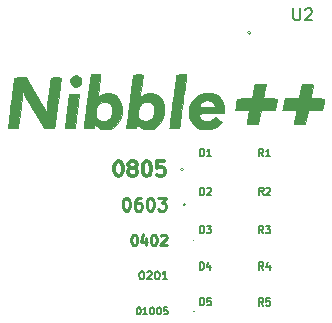
<source format=gbr>
G04 #@! TF.GenerationSoftware,KiCad,Pcbnew,5.1.9*
G04 #@! TF.CreationDate,2021-04-20T19:19:39+02:00*
G04 #@! TF.ProjectId,nibble++,6e696262-6c65-42b2-9b2e-6b696361645f,rev?*
G04 #@! TF.SameCoordinates,Original*
G04 #@! TF.FileFunction,Legend,Top*
G04 #@! TF.FilePolarity,Positive*
%FSLAX46Y46*%
G04 Gerber Fmt 4.6, Leading zero omitted, Abs format (unit mm)*
G04 Created by KiCad (PCBNEW 5.1.9) date 2021-04-20 19:19:39*
%MOMM*%
%LPD*%
G01*
G04 APERTURE LIST*
%ADD10C,0.150000*%
%ADD11C,0.171875*%
%ADD12C,0.212500*%
%ADD13C,0.256250*%
%ADD14C,0.300000*%
%ADD15C,0.100000*%
%ADD16C,0.010000*%
G04 APERTURE END LIST*
D10*
X94302500Y-114671428D02*
X94359642Y-114671428D01*
X94416785Y-114700000D01*
X94445357Y-114728571D01*
X94473928Y-114785714D01*
X94502500Y-114900000D01*
X94502500Y-115042857D01*
X94473928Y-115157142D01*
X94445357Y-115214285D01*
X94416785Y-115242857D01*
X94359642Y-115271428D01*
X94302500Y-115271428D01*
X94245357Y-115242857D01*
X94216785Y-115214285D01*
X94188214Y-115157142D01*
X94159642Y-115042857D01*
X94159642Y-114900000D01*
X94188214Y-114785714D01*
X94216785Y-114728571D01*
X94245357Y-114700000D01*
X94302500Y-114671428D01*
X95073928Y-115271428D02*
X94731071Y-115271428D01*
X94902500Y-115271428D02*
X94902500Y-114671428D01*
X94845357Y-114757142D01*
X94788214Y-114814285D01*
X94731071Y-114842857D01*
X95445357Y-114671428D02*
X95502500Y-114671428D01*
X95559642Y-114700000D01*
X95588214Y-114728571D01*
X95616785Y-114785714D01*
X95645357Y-114900000D01*
X95645357Y-115042857D01*
X95616785Y-115157142D01*
X95588214Y-115214285D01*
X95559642Y-115242857D01*
X95502500Y-115271428D01*
X95445357Y-115271428D01*
X95388214Y-115242857D01*
X95359642Y-115214285D01*
X95331071Y-115157142D01*
X95302500Y-115042857D01*
X95302500Y-114900000D01*
X95331071Y-114785714D01*
X95359642Y-114728571D01*
X95388214Y-114700000D01*
X95445357Y-114671428D01*
X96016785Y-114671428D02*
X96073928Y-114671428D01*
X96131071Y-114700000D01*
X96159642Y-114728571D01*
X96188214Y-114785714D01*
X96216785Y-114900000D01*
X96216785Y-115042857D01*
X96188214Y-115157142D01*
X96159642Y-115214285D01*
X96131071Y-115242857D01*
X96073928Y-115271428D01*
X96016785Y-115271428D01*
X95959642Y-115242857D01*
X95931071Y-115214285D01*
X95902500Y-115157142D01*
X95873928Y-115042857D01*
X95873928Y-114900000D01*
X95902500Y-114785714D01*
X95931071Y-114728571D01*
X95959642Y-114700000D01*
X96016785Y-114671428D01*
X96759642Y-114671428D02*
X96473928Y-114671428D01*
X96445357Y-114957142D01*
X96473928Y-114928571D01*
X96531071Y-114900000D01*
X96673928Y-114900000D01*
X96731071Y-114928571D01*
X96759642Y-114957142D01*
X96788214Y-115014285D01*
X96788214Y-115157142D01*
X96759642Y-115214285D01*
X96731071Y-115242857D01*
X96673928Y-115271428D01*
X96531071Y-115271428D01*
X96473928Y-115242857D01*
X96445357Y-115214285D01*
D11*
X94563876Y-111623511D02*
X94629352Y-111623511D01*
X94694828Y-111656250D01*
X94727566Y-111688988D01*
X94760305Y-111754464D01*
X94793043Y-111885416D01*
X94793043Y-112049107D01*
X94760305Y-112180059D01*
X94727566Y-112245535D01*
X94694828Y-112278273D01*
X94629352Y-112311011D01*
X94563876Y-112311011D01*
X94498400Y-112278273D01*
X94465662Y-112245535D01*
X94432924Y-112180059D01*
X94400186Y-112049107D01*
X94400186Y-111885416D01*
X94432924Y-111754464D01*
X94465662Y-111688988D01*
X94498400Y-111656250D01*
X94563876Y-111623511D01*
X95054947Y-111688988D02*
X95087686Y-111656250D01*
X95153162Y-111623511D01*
X95316852Y-111623511D01*
X95382328Y-111656250D01*
X95415066Y-111688988D01*
X95447805Y-111754464D01*
X95447805Y-111819940D01*
X95415066Y-111918154D01*
X95022209Y-112311011D01*
X95447805Y-112311011D01*
X95873400Y-111623511D02*
X95938876Y-111623511D01*
X96004352Y-111656250D01*
X96037090Y-111688988D01*
X96069828Y-111754464D01*
X96102566Y-111885416D01*
X96102566Y-112049107D01*
X96069828Y-112180059D01*
X96037090Y-112245535D01*
X96004352Y-112278273D01*
X95938876Y-112311011D01*
X95873400Y-112311011D01*
X95807924Y-112278273D01*
X95775186Y-112245535D01*
X95742447Y-112180059D01*
X95709709Y-112049107D01*
X95709709Y-111885416D01*
X95742447Y-111754464D01*
X95775186Y-111688988D01*
X95807924Y-111656250D01*
X95873400Y-111623511D01*
X96757328Y-112311011D02*
X96364471Y-112311011D01*
X96560900Y-112311011D02*
X96560900Y-111623511D01*
X96495424Y-111721726D01*
X96429947Y-111787202D01*
X96364471Y-111819940D01*
D12*
X93903541Y-108520833D02*
X93986875Y-108520833D01*
X94070208Y-108562500D01*
X94111875Y-108604166D01*
X94153541Y-108687500D01*
X94195208Y-108854166D01*
X94195208Y-109062500D01*
X94153541Y-109229166D01*
X94111875Y-109312500D01*
X94070208Y-109354166D01*
X93986875Y-109395833D01*
X93903541Y-109395833D01*
X93820208Y-109354166D01*
X93778541Y-109312500D01*
X93736875Y-109229166D01*
X93695208Y-109062500D01*
X93695208Y-108854166D01*
X93736875Y-108687500D01*
X93778541Y-108604166D01*
X93820208Y-108562500D01*
X93903541Y-108520833D01*
X94945208Y-108812500D02*
X94945208Y-109395833D01*
X94736875Y-108479166D02*
X94528541Y-109104166D01*
X95070208Y-109104166D01*
X95570208Y-108520833D02*
X95653541Y-108520833D01*
X95736875Y-108562500D01*
X95778541Y-108604166D01*
X95820208Y-108687500D01*
X95861875Y-108854166D01*
X95861875Y-109062500D01*
X95820208Y-109229166D01*
X95778541Y-109312500D01*
X95736875Y-109354166D01*
X95653541Y-109395833D01*
X95570208Y-109395833D01*
X95486875Y-109354166D01*
X95445208Y-109312500D01*
X95403541Y-109229166D01*
X95361875Y-109062500D01*
X95361875Y-108854166D01*
X95403541Y-108687500D01*
X95445208Y-108604166D01*
X95486875Y-108562500D01*
X95570208Y-108520833D01*
X96195208Y-108604166D02*
X96236875Y-108562500D01*
X96320208Y-108520833D01*
X96528541Y-108520833D01*
X96611875Y-108562500D01*
X96653541Y-108604166D01*
X96695208Y-108687500D01*
X96695208Y-108770833D01*
X96653541Y-108895833D01*
X96153541Y-109395833D01*
X96695208Y-109395833D01*
D13*
X93241175Y-105418154D02*
X93342366Y-105418154D01*
X93443556Y-105468750D01*
X93494151Y-105519345D01*
X93544747Y-105620535D01*
X93595342Y-105822916D01*
X93595342Y-106075892D01*
X93544747Y-106278273D01*
X93494151Y-106379464D01*
X93443556Y-106430059D01*
X93342366Y-106480654D01*
X93241175Y-106480654D01*
X93139985Y-106430059D01*
X93089389Y-106379464D01*
X93038794Y-106278273D01*
X92988199Y-106075892D01*
X92988199Y-105822916D01*
X93038794Y-105620535D01*
X93089389Y-105519345D01*
X93139985Y-105468750D01*
X93241175Y-105418154D01*
X94506056Y-105418154D02*
X94303675Y-105418154D01*
X94202485Y-105468750D01*
X94151889Y-105519345D01*
X94050699Y-105671130D01*
X94000104Y-105873511D01*
X94000104Y-106278273D01*
X94050699Y-106379464D01*
X94101294Y-106430059D01*
X94202485Y-106480654D01*
X94404866Y-106480654D01*
X94506056Y-106430059D01*
X94556651Y-106379464D01*
X94607247Y-106278273D01*
X94607247Y-106025297D01*
X94556651Y-105924107D01*
X94506056Y-105873511D01*
X94404866Y-105822916D01*
X94202485Y-105822916D01*
X94101294Y-105873511D01*
X94050699Y-105924107D01*
X94000104Y-106025297D01*
X95264985Y-105418154D02*
X95366175Y-105418154D01*
X95467366Y-105468750D01*
X95517961Y-105519345D01*
X95568556Y-105620535D01*
X95619151Y-105822916D01*
X95619151Y-106075892D01*
X95568556Y-106278273D01*
X95517961Y-106379464D01*
X95467366Y-106430059D01*
X95366175Y-106480654D01*
X95264985Y-106480654D01*
X95163794Y-106430059D01*
X95113199Y-106379464D01*
X95062604Y-106278273D01*
X95012008Y-106075892D01*
X95012008Y-105822916D01*
X95062604Y-105620535D01*
X95113199Y-105519345D01*
X95163794Y-105468750D01*
X95264985Y-105418154D01*
X95973318Y-105418154D02*
X96631056Y-105418154D01*
X96276889Y-105822916D01*
X96428675Y-105822916D01*
X96529866Y-105873511D01*
X96580461Y-105924107D01*
X96631056Y-106025297D01*
X96631056Y-106278273D01*
X96580461Y-106379464D01*
X96529866Y-106430059D01*
X96428675Y-106480654D01*
X96125104Y-106480654D01*
X96023913Y-106430059D01*
X95973318Y-106379464D01*
D14*
X92578809Y-102315476D02*
X92697857Y-102315476D01*
X92816904Y-102375000D01*
X92876428Y-102434523D01*
X92935952Y-102553571D01*
X92995476Y-102791666D01*
X92995476Y-103089285D01*
X92935952Y-103327380D01*
X92876428Y-103446428D01*
X92816904Y-103505952D01*
X92697857Y-103565476D01*
X92578809Y-103565476D01*
X92459761Y-103505952D01*
X92400238Y-103446428D01*
X92340714Y-103327380D01*
X92281190Y-103089285D01*
X92281190Y-102791666D01*
X92340714Y-102553571D01*
X92400238Y-102434523D01*
X92459761Y-102375000D01*
X92578809Y-102315476D01*
X93709761Y-102851190D02*
X93590714Y-102791666D01*
X93531190Y-102732142D01*
X93471666Y-102613095D01*
X93471666Y-102553571D01*
X93531190Y-102434523D01*
X93590714Y-102375000D01*
X93709761Y-102315476D01*
X93947857Y-102315476D01*
X94066904Y-102375000D01*
X94126428Y-102434523D01*
X94185952Y-102553571D01*
X94185952Y-102613095D01*
X94126428Y-102732142D01*
X94066904Y-102791666D01*
X93947857Y-102851190D01*
X93709761Y-102851190D01*
X93590714Y-102910714D01*
X93531190Y-102970238D01*
X93471666Y-103089285D01*
X93471666Y-103327380D01*
X93531190Y-103446428D01*
X93590714Y-103505952D01*
X93709761Y-103565476D01*
X93947857Y-103565476D01*
X94066904Y-103505952D01*
X94126428Y-103446428D01*
X94185952Y-103327380D01*
X94185952Y-103089285D01*
X94126428Y-102970238D01*
X94066904Y-102910714D01*
X93947857Y-102851190D01*
X94959761Y-102315476D02*
X95078809Y-102315476D01*
X95197857Y-102375000D01*
X95257380Y-102434523D01*
X95316904Y-102553571D01*
X95376428Y-102791666D01*
X95376428Y-103089285D01*
X95316904Y-103327380D01*
X95257380Y-103446428D01*
X95197857Y-103505952D01*
X95078809Y-103565476D01*
X94959761Y-103565476D01*
X94840714Y-103505952D01*
X94781190Y-103446428D01*
X94721666Y-103327380D01*
X94662142Y-103089285D01*
X94662142Y-102791666D01*
X94721666Y-102553571D01*
X94781190Y-102434523D01*
X94840714Y-102375000D01*
X94959761Y-102315476D01*
X96507380Y-102315476D02*
X95912142Y-102315476D01*
X95852619Y-102910714D01*
X95912142Y-102851190D01*
X96031190Y-102791666D01*
X96328809Y-102791666D01*
X96447857Y-102851190D01*
X96507380Y-102910714D01*
X96566904Y-103029761D01*
X96566904Y-103327380D01*
X96507380Y-103446428D01*
X96447857Y-103505952D01*
X96328809Y-103565476D01*
X96031190Y-103565476D01*
X95912142Y-103505952D01*
X95852619Y-103446428D01*
D15*
X98960000Y-109000000D02*
G75*
G03*
X98960000Y-109000000I-50000J0D01*
G01*
D16*
G36*
X91099107Y-95070083D02*
G01*
X91092492Y-95147271D01*
X91075395Y-95293097D01*
X91049763Y-95492447D01*
X91017544Y-95730210D01*
X90980685Y-95991275D01*
X90977697Y-96012000D01*
X90941562Y-96265457D01*
X90910646Y-96488437D01*
X90886657Y-96668104D01*
X90871302Y-96791620D01*
X90866290Y-96846147D01*
X90866539Y-96847587D01*
X90901839Y-96831431D01*
X90980743Y-96778844D01*
X91015686Y-96753556D01*
X91278101Y-96610656D01*
X91576574Y-96536047D01*
X91838632Y-96530212D01*
X92141393Y-96592050D01*
X92398632Y-96721884D01*
X92607045Y-96914320D01*
X92763326Y-97163964D01*
X92864171Y-97465420D01*
X92906274Y-97813294D01*
X92886329Y-98202191D01*
X92882163Y-98233418D01*
X92797832Y-98602608D01*
X92657716Y-98923535D01*
X92467869Y-99190065D01*
X92234341Y-99396061D01*
X91963184Y-99535386D01*
X91660452Y-99601905D01*
X91527709Y-99606695D01*
X91373661Y-99598706D01*
X91238440Y-99582272D01*
X91183528Y-99570192D01*
X90986579Y-99489319D01*
X90781256Y-99358727D01*
X90712393Y-99306410D01*
X90556285Y-99184072D01*
X90529833Y-99504500D01*
X90117083Y-99516616D01*
X89926561Y-99520789D01*
X89805222Y-99518222D01*
X89737696Y-99506558D01*
X89708614Y-99483444D01*
X89702640Y-99453116D01*
X89707614Y-99397638D01*
X89722530Y-99266304D01*
X89746382Y-99067212D01*
X89778163Y-98808460D01*
X89816867Y-98498149D01*
X89851199Y-98225953D01*
X90682336Y-98225953D01*
X90703170Y-98436268D01*
X90754247Y-98607841D01*
X90788820Y-98667961D01*
X90950364Y-98821512D01*
X91151549Y-98907366D01*
X91376983Y-98922166D01*
X91611276Y-98862559D01*
X91634688Y-98852336D01*
X91827329Y-98720095D01*
X91966363Y-98524951D01*
X92049531Y-98271318D01*
X92074764Y-97991940D01*
X92044691Y-97728920D01*
X91955629Y-97523629D01*
X91810342Y-97379173D01*
X91611592Y-97298656D01*
X91442803Y-97282000D01*
X91191318Y-97317063D01*
X90987613Y-97421991D01*
X90832222Y-97596392D01*
X90737946Y-97800700D01*
X90693382Y-98004797D01*
X90682336Y-98225953D01*
X89851199Y-98225953D01*
X89861489Y-98144378D01*
X89911022Y-97755244D01*
X89964460Y-97338848D01*
X89986818Y-97165583D01*
X90272688Y-94953667D01*
X91101333Y-94953667D01*
X91099107Y-95070083D01*
G37*
X91099107Y-95070083D02*
X91092492Y-95147271D01*
X91075395Y-95293097D01*
X91049763Y-95492447D01*
X91017544Y-95730210D01*
X90980685Y-95991275D01*
X90977697Y-96012000D01*
X90941562Y-96265457D01*
X90910646Y-96488437D01*
X90886657Y-96668104D01*
X90871302Y-96791620D01*
X90866290Y-96846147D01*
X90866539Y-96847587D01*
X90901839Y-96831431D01*
X90980743Y-96778844D01*
X91015686Y-96753556D01*
X91278101Y-96610656D01*
X91576574Y-96536047D01*
X91838632Y-96530212D01*
X92141393Y-96592050D01*
X92398632Y-96721884D01*
X92607045Y-96914320D01*
X92763326Y-97163964D01*
X92864171Y-97465420D01*
X92906274Y-97813294D01*
X92886329Y-98202191D01*
X92882163Y-98233418D01*
X92797832Y-98602608D01*
X92657716Y-98923535D01*
X92467869Y-99190065D01*
X92234341Y-99396061D01*
X91963184Y-99535386D01*
X91660452Y-99601905D01*
X91527709Y-99606695D01*
X91373661Y-99598706D01*
X91238440Y-99582272D01*
X91183528Y-99570192D01*
X90986579Y-99489319D01*
X90781256Y-99358727D01*
X90712393Y-99306410D01*
X90556285Y-99184072D01*
X90529833Y-99504500D01*
X90117083Y-99516616D01*
X89926561Y-99520789D01*
X89805222Y-99518222D01*
X89737696Y-99506558D01*
X89708614Y-99483444D01*
X89702640Y-99453116D01*
X89707614Y-99397638D01*
X89722530Y-99266304D01*
X89746382Y-99067212D01*
X89778163Y-98808460D01*
X89816867Y-98498149D01*
X89851199Y-98225953D01*
X90682336Y-98225953D01*
X90703170Y-98436268D01*
X90754247Y-98607841D01*
X90788820Y-98667961D01*
X90950364Y-98821512D01*
X91151549Y-98907366D01*
X91376983Y-98922166D01*
X91611276Y-98862559D01*
X91634688Y-98852336D01*
X91827329Y-98720095D01*
X91966363Y-98524951D01*
X92049531Y-98271318D01*
X92074764Y-97991940D01*
X92044691Y-97728920D01*
X91955629Y-97523629D01*
X91810342Y-97379173D01*
X91611592Y-97298656D01*
X91442803Y-97282000D01*
X91191318Y-97317063D01*
X90987613Y-97421991D01*
X90832222Y-97596392D01*
X90737946Y-97800700D01*
X90693382Y-98004797D01*
X90682336Y-98225953D01*
X89851199Y-98225953D01*
X89861489Y-98144378D01*
X89911022Y-97755244D01*
X89964460Y-97338848D01*
X89986818Y-97165583D01*
X90272688Y-94953667D01*
X91101333Y-94953667D01*
X91099107Y-95070083D01*
G36*
X94454446Y-94952628D02*
G01*
X94588697Y-94960121D01*
X94676851Y-94974658D01*
X94699667Y-94990690D01*
X94693739Y-95057101D01*
X94677419Y-95188893D01*
X94652900Y-95371161D01*
X94622375Y-95589003D01*
X94588040Y-95827516D01*
X94552086Y-96071796D01*
X94516709Y-96306942D01*
X94484102Y-96518049D01*
X94456459Y-96690215D01*
X94435973Y-96808536D01*
X94424839Y-96858111D01*
X94424755Y-96858254D01*
X94443379Y-96857339D01*
X94515504Y-96816960D01*
X94616801Y-96751621D01*
X94874515Y-96609344D01*
X95131846Y-96537904D01*
X95419191Y-96529262D01*
X95449398Y-96531435D01*
X95744597Y-96594276D01*
X95999697Y-96729169D01*
X96207651Y-96930217D01*
X96361408Y-97191523D01*
X96414584Y-97338944D01*
X96452925Y-97535657D01*
X96472367Y-97782713D01*
X96472797Y-98047899D01*
X96454103Y-98299002D01*
X96418615Y-98494842D01*
X96301247Y-98812787D01*
X96133354Y-99092853D01*
X95925616Y-99322029D01*
X95688714Y-99487305D01*
X95557610Y-99543654D01*
X95281606Y-99602424D01*
X94993299Y-99602895D01*
X94724791Y-99546217D01*
X94636167Y-99510655D01*
X94485600Y-99430581D01*
X94343938Y-99339660D01*
X94290731Y-99298849D01*
X94156962Y-99185893D01*
X94099558Y-99525667D01*
X93703611Y-99525667D01*
X93529559Y-99522488D01*
X93390182Y-99513958D01*
X93305195Y-99501588D01*
X93288902Y-99493917D01*
X93290677Y-99447040D01*
X93302731Y-99324152D01*
X93324106Y-99133157D01*
X93353841Y-98881961D01*
X93390978Y-98578468D01*
X93434558Y-98230584D01*
X93455891Y-98063451D01*
X94278174Y-98063451D01*
X94282248Y-98244595D01*
X94282560Y-98251526D01*
X94294349Y-98430554D01*
X94314356Y-98549381D01*
X94349139Y-98632456D01*
X94403500Y-98702331D01*
X94592796Y-98850226D01*
X94810664Y-98921164D01*
X95046439Y-98913217D01*
X95232874Y-98852402D01*
X95403872Y-98731152D01*
X95535345Y-98552264D01*
X95623902Y-98334667D01*
X95666146Y-98097295D01*
X95658686Y-97859078D01*
X95598128Y-97638949D01*
X95482873Y-97457789D01*
X95405706Y-97378078D01*
X95338806Y-97331905D01*
X95255439Y-97310122D01*
X95128870Y-97303581D01*
X95031003Y-97303167D01*
X94809965Y-97316118D01*
X94648895Y-97363710D01*
X94525876Y-97459049D01*
X94418993Y-97615243D01*
X94377769Y-97693842D01*
X94320386Y-97820573D01*
X94289037Y-97932943D01*
X94278174Y-98063451D01*
X93455891Y-98063451D01*
X93483621Y-97846215D01*
X93537209Y-97433266D01*
X93559830Y-97260833D01*
X93615412Y-96837732D01*
X93667557Y-96439364D01*
X93715231Y-96073738D01*
X93757397Y-95748863D01*
X93793021Y-95472748D01*
X93821066Y-95253400D01*
X93840499Y-95098830D01*
X93850282Y-95017046D01*
X93851260Y-95006583D01*
X93890485Y-94984957D01*
X93992118Y-94968342D01*
X94134456Y-94957145D01*
X94295799Y-94951772D01*
X94454446Y-94952628D01*
G37*
X94454446Y-94952628D02*
X94588697Y-94960121D01*
X94676851Y-94974658D01*
X94699667Y-94990690D01*
X94693739Y-95057101D01*
X94677419Y-95188893D01*
X94652900Y-95371161D01*
X94622375Y-95589003D01*
X94588040Y-95827516D01*
X94552086Y-96071796D01*
X94516709Y-96306942D01*
X94484102Y-96518049D01*
X94456459Y-96690215D01*
X94435973Y-96808536D01*
X94424839Y-96858111D01*
X94424755Y-96858254D01*
X94443379Y-96857339D01*
X94515504Y-96816960D01*
X94616801Y-96751621D01*
X94874515Y-96609344D01*
X95131846Y-96537904D01*
X95419191Y-96529262D01*
X95449398Y-96531435D01*
X95744597Y-96594276D01*
X95999697Y-96729169D01*
X96207651Y-96930217D01*
X96361408Y-97191523D01*
X96414584Y-97338944D01*
X96452925Y-97535657D01*
X96472367Y-97782713D01*
X96472797Y-98047899D01*
X96454103Y-98299002D01*
X96418615Y-98494842D01*
X96301247Y-98812787D01*
X96133354Y-99092853D01*
X95925616Y-99322029D01*
X95688714Y-99487305D01*
X95557610Y-99543654D01*
X95281606Y-99602424D01*
X94993299Y-99602895D01*
X94724791Y-99546217D01*
X94636167Y-99510655D01*
X94485600Y-99430581D01*
X94343938Y-99339660D01*
X94290731Y-99298849D01*
X94156962Y-99185893D01*
X94099558Y-99525667D01*
X93703611Y-99525667D01*
X93529559Y-99522488D01*
X93390182Y-99513958D01*
X93305195Y-99501588D01*
X93288902Y-99493917D01*
X93290677Y-99447040D01*
X93302731Y-99324152D01*
X93324106Y-99133157D01*
X93353841Y-98881961D01*
X93390978Y-98578468D01*
X93434558Y-98230584D01*
X93455891Y-98063451D01*
X94278174Y-98063451D01*
X94282248Y-98244595D01*
X94282560Y-98251526D01*
X94294349Y-98430554D01*
X94314356Y-98549381D01*
X94349139Y-98632456D01*
X94403500Y-98702331D01*
X94592796Y-98850226D01*
X94810664Y-98921164D01*
X95046439Y-98913217D01*
X95232874Y-98852402D01*
X95403872Y-98731152D01*
X95535345Y-98552264D01*
X95623902Y-98334667D01*
X95666146Y-98097295D01*
X95658686Y-97859078D01*
X95598128Y-97638949D01*
X95482873Y-97457789D01*
X95405706Y-97378078D01*
X95338806Y-97331905D01*
X95255439Y-97310122D01*
X95128870Y-97303581D01*
X95031003Y-97303167D01*
X94809965Y-97316118D01*
X94648895Y-97363710D01*
X94525876Y-97459049D01*
X94418993Y-97615243D01*
X94377769Y-97693842D01*
X94320386Y-97820573D01*
X94289037Y-97932943D01*
X94278174Y-98063451D01*
X93455891Y-98063451D01*
X93483621Y-97846215D01*
X93537209Y-97433266D01*
X93559830Y-97260833D01*
X93615412Y-96837732D01*
X93667557Y-96439364D01*
X93715231Y-96073738D01*
X93757397Y-95748863D01*
X93793021Y-95472748D01*
X93821066Y-95253400D01*
X93840499Y-95098830D01*
X93850282Y-95017046D01*
X93851260Y-95006583D01*
X93890485Y-94984957D01*
X93992118Y-94968342D01*
X94134456Y-94957145D01*
X94295799Y-94951772D01*
X94454446Y-94952628D01*
G36*
X100396144Y-96544620D02*
G01*
X100552750Y-96557626D01*
X100676651Y-96584149D01*
X100793735Y-96628156D01*
X100816833Y-96638585D01*
X101094972Y-96810183D01*
X101312414Y-97040307D01*
X101411019Y-97202047D01*
X101485013Y-97388118D01*
X101545289Y-97615546D01*
X101584461Y-97848198D01*
X101595140Y-98049942D01*
X101592598Y-98090228D01*
X101578833Y-98234500D01*
X100488750Y-98245798D01*
X100157267Y-98249453D01*
X99900827Y-98253271D01*
X99709809Y-98258104D01*
X99574591Y-98264805D01*
X99485552Y-98274227D01*
X99433071Y-98287223D01*
X99407526Y-98304646D01*
X99399297Y-98327347D01*
X99398667Y-98342408D01*
X99433382Y-98509505D01*
X99523000Y-98673386D01*
X99645731Y-98795262D01*
X99657155Y-98802541D01*
X99891437Y-98898644D01*
X100136477Y-98915799D01*
X100377085Y-98855652D01*
X100598073Y-98719849D01*
X100623280Y-98697889D01*
X100722121Y-98614826D01*
X100797707Y-98562479D01*
X100821964Y-98553027D01*
X100868843Y-98580054D01*
X100960279Y-98650914D01*
X101078784Y-98751828D01*
X101113167Y-98782453D01*
X101367167Y-99010852D01*
X101203172Y-99180165D01*
X100963851Y-99374637D01*
X100679183Y-99507397D01*
X100341490Y-99581407D01*
X100118333Y-99598579D01*
X99887718Y-99600957D01*
X99712729Y-99587862D01*
X99565263Y-99556371D01*
X99496026Y-99533872D01*
X99180511Y-99381038D01*
X98926107Y-99172536D01*
X98736257Y-98914690D01*
X98614405Y-98613823D01*
X98563996Y-98276260D01*
X98588474Y-97908325D01*
X98593854Y-97877307D01*
X98630876Y-97747667D01*
X99445404Y-97747667D01*
X100797280Y-97747667D01*
X100769108Y-97631250D01*
X100719388Y-97461025D01*
X100660301Y-97348906D01*
X100575920Y-97268584D01*
X100532138Y-97239844D01*
X100334254Y-97165359D01*
X100118771Y-97159668D01*
X99905234Y-97215484D01*
X99713189Y-97325517D01*
X99562181Y-97482479D01*
X99486501Y-97629776D01*
X99445404Y-97747667D01*
X98630876Y-97747667D01*
X98699335Y-97507947D01*
X98871607Y-97189133D01*
X99108584Y-96923703D01*
X99408182Y-96714491D01*
X99474619Y-96680044D01*
X99612448Y-96615398D01*
X99725888Y-96574637D01*
X99842652Y-96552312D01*
X99990455Y-96542973D01*
X100180943Y-96541167D01*
X100396144Y-96544620D01*
G37*
X100396144Y-96544620D02*
X100552750Y-96557626D01*
X100676651Y-96584149D01*
X100793735Y-96628156D01*
X100816833Y-96638585D01*
X101094972Y-96810183D01*
X101312414Y-97040307D01*
X101411019Y-97202047D01*
X101485013Y-97388118D01*
X101545289Y-97615546D01*
X101584461Y-97848198D01*
X101595140Y-98049942D01*
X101592598Y-98090228D01*
X101578833Y-98234500D01*
X100488750Y-98245798D01*
X100157267Y-98249453D01*
X99900827Y-98253271D01*
X99709809Y-98258104D01*
X99574591Y-98264805D01*
X99485552Y-98274227D01*
X99433071Y-98287223D01*
X99407526Y-98304646D01*
X99399297Y-98327347D01*
X99398667Y-98342408D01*
X99433382Y-98509505D01*
X99523000Y-98673386D01*
X99645731Y-98795262D01*
X99657155Y-98802541D01*
X99891437Y-98898644D01*
X100136477Y-98915799D01*
X100377085Y-98855652D01*
X100598073Y-98719849D01*
X100623280Y-98697889D01*
X100722121Y-98614826D01*
X100797707Y-98562479D01*
X100821964Y-98553027D01*
X100868843Y-98580054D01*
X100960279Y-98650914D01*
X101078784Y-98751828D01*
X101113167Y-98782453D01*
X101367167Y-99010852D01*
X101203172Y-99180165D01*
X100963851Y-99374637D01*
X100679183Y-99507397D01*
X100341490Y-99581407D01*
X100118333Y-99598579D01*
X99887718Y-99600957D01*
X99712729Y-99587862D01*
X99565263Y-99556371D01*
X99496026Y-99533872D01*
X99180511Y-99381038D01*
X98926107Y-99172536D01*
X98736257Y-98914690D01*
X98614405Y-98613823D01*
X98563996Y-98276260D01*
X98588474Y-97908325D01*
X98593854Y-97877307D01*
X98630876Y-97747667D01*
X99445404Y-97747667D01*
X100797280Y-97747667D01*
X100769108Y-97631250D01*
X100719388Y-97461025D01*
X100660301Y-97348906D01*
X100575920Y-97268584D01*
X100532138Y-97239844D01*
X100334254Y-97165359D01*
X100118771Y-97159668D01*
X99905234Y-97215484D01*
X99713189Y-97325517D01*
X99562181Y-97482479D01*
X99486501Y-97629776D01*
X99445404Y-97747667D01*
X98630876Y-97747667D01*
X98699335Y-97507947D01*
X98871607Y-97189133D01*
X99108584Y-96923703D01*
X99408182Y-96714491D01*
X99474619Y-96680044D01*
X99612448Y-96615398D01*
X99725888Y-96574637D01*
X99842652Y-96552312D01*
X99990455Y-96542973D01*
X100180943Y-96541167D01*
X100396144Y-96544620D01*
G36*
X85547214Y-96488250D02*
G01*
X85729968Y-96795733D01*
X85902611Y-97088317D01*
X86059350Y-97356024D01*
X86194393Y-97588878D01*
X86301945Y-97776901D01*
X86376214Y-97910116D01*
X86407332Y-97969599D01*
X86473328Y-98086251D01*
X86521581Y-98121979D01*
X86553069Y-98076063D01*
X86568771Y-97947786D01*
X86571018Y-97849378D01*
X86576647Y-97759976D01*
X86592050Y-97600858D01*
X86615453Y-97386185D01*
X86645082Y-97130115D01*
X86679162Y-96846809D01*
X86715920Y-96550426D01*
X86753579Y-96255126D01*
X86790367Y-95975068D01*
X86824509Y-95724413D01*
X86854229Y-95517321D01*
X86877755Y-95367950D01*
X86890128Y-95302917D01*
X86904741Y-95259558D01*
X86935448Y-95231845D01*
X86998524Y-95216289D01*
X87110245Y-95209402D01*
X87286884Y-95207694D01*
X87334473Y-95207667D01*
X87511997Y-95209654D01*
X87652769Y-95215012D01*
X87738852Y-95222834D01*
X87757000Y-95229011D01*
X87751509Y-95282027D01*
X87735914Y-95408572D01*
X87711534Y-95598859D01*
X87679686Y-95843095D01*
X87641688Y-96131492D01*
X87598859Y-96454261D01*
X87552515Y-96801609D01*
X87503976Y-97163750D01*
X87454559Y-97530891D01*
X87405582Y-97893244D01*
X87358362Y-98241018D01*
X87314219Y-98564424D01*
X87274469Y-98853672D01*
X87240432Y-99098972D01*
X87213423Y-99290534D01*
X87194763Y-99418568D01*
X87185768Y-99473285D01*
X87185492Y-99474239D01*
X87151704Y-99500138D01*
X87065745Y-99514878D01*
X86916238Y-99519536D01*
X86737786Y-99516572D01*
X86309724Y-99504500D01*
X85567843Y-98255667D01*
X85384338Y-97945838D01*
X85207632Y-97645747D01*
X85044235Y-97366581D01*
X84900658Y-97119525D01*
X84783413Y-96915768D01*
X84699009Y-96766496D01*
X84665774Y-96705741D01*
X84586499Y-96558887D01*
X84537182Y-96478417D01*
X84508609Y-96455654D01*
X84491563Y-96481922D01*
X84480293Y-96531116D01*
X84465070Y-96650319D01*
X84455838Y-96805388D01*
X84454609Y-96874542D01*
X84448835Y-96966794D01*
X84432890Y-97124011D01*
X84408539Y-97333411D01*
X84377550Y-97582214D01*
X84341686Y-97857639D01*
X84302715Y-98146904D01*
X84262401Y-98437230D01*
X84222510Y-98715836D01*
X84184808Y-98969941D01*
X84151061Y-99186763D01*
X84123034Y-99353524D01*
X84102493Y-99457440D01*
X84093921Y-99485349D01*
X84041627Y-99506972D01*
X83931163Y-99520760D01*
X83784592Y-99527054D01*
X83623974Y-99526194D01*
X83471372Y-99518519D01*
X83348847Y-99504370D01*
X83278462Y-99484087D01*
X83269667Y-99472639D01*
X83275058Y-99421335D01*
X83290526Y-99294342D01*
X83315010Y-99099902D01*
X83347448Y-98846258D01*
X83386782Y-98541652D01*
X83431950Y-98194325D01*
X83481891Y-97812521D01*
X83535546Y-97404481D01*
X83544833Y-97334061D01*
X83598917Y-96923751D01*
X83649479Y-96539385D01*
X83695464Y-96189039D01*
X83735819Y-95880786D01*
X83769486Y-95622702D01*
X83795412Y-95422863D01*
X83812541Y-95289342D01*
X83819818Y-95230215D01*
X83820000Y-95228089D01*
X83859531Y-95220009D01*
X83966924Y-95213439D01*
X84125377Y-95209091D01*
X84301663Y-95207667D01*
X84783327Y-95207667D01*
X85547214Y-96488250D01*
G37*
X85547214Y-96488250D02*
X85729968Y-96795733D01*
X85902611Y-97088317D01*
X86059350Y-97356024D01*
X86194393Y-97588878D01*
X86301945Y-97776901D01*
X86376214Y-97910116D01*
X86407332Y-97969599D01*
X86473328Y-98086251D01*
X86521581Y-98121979D01*
X86553069Y-98076063D01*
X86568771Y-97947786D01*
X86571018Y-97849378D01*
X86576647Y-97759976D01*
X86592050Y-97600858D01*
X86615453Y-97386185D01*
X86645082Y-97130115D01*
X86679162Y-96846809D01*
X86715920Y-96550426D01*
X86753579Y-96255126D01*
X86790367Y-95975068D01*
X86824509Y-95724413D01*
X86854229Y-95517321D01*
X86877755Y-95367950D01*
X86890128Y-95302917D01*
X86904741Y-95259558D01*
X86935448Y-95231845D01*
X86998524Y-95216289D01*
X87110245Y-95209402D01*
X87286884Y-95207694D01*
X87334473Y-95207667D01*
X87511997Y-95209654D01*
X87652769Y-95215012D01*
X87738852Y-95222834D01*
X87757000Y-95229011D01*
X87751509Y-95282027D01*
X87735914Y-95408572D01*
X87711534Y-95598859D01*
X87679686Y-95843095D01*
X87641688Y-96131492D01*
X87598859Y-96454261D01*
X87552515Y-96801609D01*
X87503976Y-97163750D01*
X87454559Y-97530891D01*
X87405582Y-97893244D01*
X87358362Y-98241018D01*
X87314219Y-98564424D01*
X87274469Y-98853672D01*
X87240432Y-99098972D01*
X87213423Y-99290534D01*
X87194763Y-99418568D01*
X87185768Y-99473285D01*
X87185492Y-99474239D01*
X87151704Y-99500138D01*
X87065745Y-99514878D01*
X86916238Y-99519536D01*
X86737786Y-99516572D01*
X86309724Y-99504500D01*
X85567843Y-98255667D01*
X85384338Y-97945838D01*
X85207632Y-97645747D01*
X85044235Y-97366581D01*
X84900658Y-97119525D01*
X84783413Y-96915768D01*
X84699009Y-96766496D01*
X84665774Y-96705741D01*
X84586499Y-96558887D01*
X84537182Y-96478417D01*
X84508609Y-96455654D01*
X84491563Y-96481922D01*
X84480293Y-96531116D01*
X84465070Y-96650319D01*
X84455838Y-96805388D01*
X84454609Y-96874542D01*
X84448835Y-96966794D01*
X84432890Y-97124011D01*
X84408539Y-97333411D01*
X84377550Y-97582214D01*
X84341686Y-97857639D01*
X84302715Y-98146904D01*
X84262401Y-98437230D01*
X84222510Y-98715836D01*
X84184808Y-98969941D01*
X84151061Y-99186763D01*
X84123034Y-99353524D01*
X84102493Y-99457440D01*
X84093921Y-99485349D01*
X84041627Y-99506972D01*
X83931163Y-99520760D01*
X83784592Y-99527054D01*
X83623974Y-99526194D01*
X83471372Y-99518519D01*
X83348847Y-99504370D01*
X83278462Y-99484087D01*
X83269667Y-99472639D01*
X83275058Y-99421335D01*
X83290526Y-99294342D01*
X83315010Y-99099902D01*
X83347448Y-98846258D01*
X83386782Y-98541652D01*
X83431950Y-98194325D01*
X83481891Y-97812521D01*
X83535546Y-97404481D01*
X83544833Y-97334061D01*
X83598917Y-96923751D01*
X83649479Y-96539385D01*
X83695464Y-96189039D01*
X83735819Y-95880786D01*
X83769486Y-95622702D01*
X83795412Y-95422863D01*
X83812541Y-95289342D01*
X83819818Y-95230215D01*
X83820000Y-95228089D01*
X83859531Y-95220009D01*
X83966924Y-95213439D01*
X84125377Y-95209091D01*
X84301663Y-95207667D01*
X84783327Y-95207667D01*
X85547214Y-96488250D01*
G36*
X89177705Y-96610249D02*
G01*
X89244590Y-96620819D01*
X89273757Y-96643880D01*
X89280843Y-96682647D01*
X89281000Y-96698624D01*
X89275680Y-96765899D01*
X89260790Y-96902891D01*
X89237937Y-97097184D01*
X89208729Y-97336365D01*
X89174770Y-97608020D01*
X89137669Y-97899735D01*
X89099031Y-98199096D01*
X89060463Y-98493690D01*
X89023573Y-98771101D01*
X88989965Y-99018916D01*
X88961248Y-99224721D01*
X88939027Y-99376103D01*
X88924910Y-99460647D01*
X88921974Y-99472750D01*
X88879162Y-99500388D01*
X88769943Y-99517522D01*
X88586777Y-99525098D01*
X88499162Y-99525667D01*
X88095667Y-99525667D01*
X88098485Y-99409250D01*
X88104633Y-99339544D01*
X88120721Y-99197087D01*
X88145363Y-98993035D01*
X88177177Y-98738542D01*
X88214777Y-98444764D01*
X88256779Y-98122857D01*
X88278402Y-97959333D01*
X88455500Y-96625833D01*
X88868250Y-96613717D01*
X89057470Y-96608954D01*
X89177705Y-96610249D01*
G37*
X89177705Y-96610249D02*
X89244590Y-96620819D01*
X89273757Y-96643880D01*
X89280843Y-96682647D01*
X89281000Y-96698624D01*
X89275680Y-96765899D01*
X89260790Y-96902891D01*
X89237937Y-97097184D01*
X89208729Y-97336365D01*
X89174770Y-97608020D01*
X89137669Y-97899735D01*
X89099031Y-98199096D01*
X89060463Y-98493690D01*
X89023573Y-98771101D01*
X88989965Y-99018916D01*
X88961248Y-99224721D01*
X88939027Y-99376103D01*
X88924910Y-99460647D01*
X88921974Y-99472750D01*
X88879162Y-99500388D01*
X88769943Y-99517522D01*
X88586777Y-99525098D01*
X88499162Y-99525667D01*
X88095667Y-99525667D01*
X88098485Y-99409250D01*
X88104633Y-99339544D01*
X88120721Y-99197087D01*
X88145363Y-98993035D01*
X88177177Y-98738542D01*
X88214777Y-98444764D01*
X88256779Y-98122857D01*
X88278402Y-97959333D01*
X88455500Y-96625833D01*
X88868250Y-96613717D01*
X89057470Y-96608954D01*
X89177705Y-96610249D01*
G36*
X98359750Y-95070083D02*
G01*
X98350322Y-95134076D01*
X98331160Y-95273529D01*
X98303390Y-95479935D01*
X98268142Y-95744787D01*
X98226540Y-96059579D01*
X98179713Y-96415803D01*
X98128788Y-96804952D01*
X98074891Y-97218519D01*
X98063886Y-97303167D01*
X98009738Y-97718009D01*
X97958370Y-98108015D01*
X97910893Y-98464999D01*
X97868417Y-98780780D01*
X97832052Y-99047174D01*
X97802908Y-99255998D01*
X97782095Y-99399069D01*
X97770723Y-99468203D01*
X97769573Y-99472750D01*
X97726824Y-99500383D01*
X97617698Y-99517517D01*
X97434646Y-99525095D01*
X97346828Y-99525667D01*
X97157721Y-99523894D01*
X97038080Y-99516781D01*
X96972746Y-99501632D01*
X96946560Y-99475755D01*
X96943333Y-99453956D01*
X96948701Y-99397436D01*
X96963959Y-99266758D01*
X96987836Y-99071694D01*
X97019061Y-98822014D01*
X97056364Y-98527488D01*
X97098474Y-98197889D01*
X97144121Y-97842985D01*
X97192033Y-97472549D01*
X97240941Y-97096350D01*
X97289574Y-96724160D01*
X97336661Y-96365749D01*
X97380931Y-96030887D01*
X97421115Y-95729346D01*
X97455941Y-95470896D01*
X97484139Y-95265308D01*
X97504438Y-95122353D01*
X97515568Y-95051801D01*
X97516169Y-95048917D01*
X97530621Y-95005515D01*
X97561234Y-94977794D01*
X97624290Y-94962250D01*
X97736073Y-94955384D01*
X97912863Y-94953692D01*
X97959081Y-94953667D01*
X98380550Y-94953667D01*
X98359750Y-95070083D01*
G37*
X98359750Y-95070083D02*
X98350322Y-95134076D01*
X98331160Y-95273529D01*
X98303390Y-95479935D01*
X98268142Y-95744787D01*
X98226540Y-96059579D01*
X98179713Y-96415803D01*
X98128788Y-96804952D01*
X98074891Y-97218519D01*
X98063886Y-97303167D01*
X98009738Y-97718009D01*
X97958370Y-98108015D01*
X97910893Y-98464999D01*
X97868417Y-98780780D01*
X97832052Y-99047174D01*
X97802908Y-99255998D01*
X97782095Y-99399069D01*
X97770723Y-99468203D01*
X97769573Y-99472750D01*
X97726824Y-99500383D01*
X97617698Y-99517517D01*
X97434646Y-99525095D01*
X97346828Y-99525667D01*
X97157721Y-99523894D01*
X97038080Y-99516781D01*
X96972746Y-99501632D01*
X96946560Y-99475755D01*
X96943333Y-99453956D01*
X96948701Y-99397436D01*
X96963959Y-99266758D01*
X96987836Y-99071694D01*
X97019061Y-98822014D01*
X97056364Y-98527488D01*
X97098474Y-98197889D01*
X97144121Y-97842985D01*
X97192033Y-97472549D01*
X97240941Y-97096350D01*
X97289574Y-96724160D01*
X97336661Y-96365749D01*
X97380931Y-96030887D01*
X97421115Y-95729346D01*
X97455941Y-95470896D01*
X97484139Y-95265308D01*
X97504438Y-95122353D01*
X97515568Y-95051801D01*
X97516169Y-95048917D01*
X97530621Y-95005515D01*
X97561234Y-94977794D01*
X97624290Y-94962250D01*
X97736073Y-94955384D01*
X97912863Y-94953692D01*
X97959081Y-94953667D01*
X98380550Y-94953667D01*
X98359750Y-95070083D01*
G36*
X104841804Y-95759051D02*
G01*
X104979726Y-95763632D01*
X105059914Y-95773885D01*
X105095830Y-95791955D01*
X105100934Y-95819983D01*
X105098064Y-95832083D01*
X105081655Y-95902291D01*
X105053642Y-96035320D01*
X105018227Y-96210813D01*
X104986667Y-96371833D01*
X104948320Y-96566934D01*
X104913936Y-96736233D01*
X104887716Y-96859375D01*
X104875269Y-96911583D01*
X104873073Y-96940887D01*
X104894429Y-96961286D01*
X104951671Y-96974372D01*
X105057132Y-96981737D01*
X105223145Y-96984971D01*
X105449480Y-96985667D01*
X105692303Y-96987176D01*
X105861877Y-96992453D01*
X105969583Y-97002623D01*
X106026798Y-97018809D01*
X106044900Y-97042135D01*
X106045000Y-97044506D01*
X106036833Y-97109337D01*
X106014865Y-97235886D01*
X105982893Y-97403054D01*
X105960333Y-97514833D01*
X105924526Y-97690417D01*
X105896217Y-97832201D01*
X105879077Y-97921620D01*
X105875667Y-97942827D01*
X105835831Y-97948699D01*
X105726315Y-97953651D01*
X105562102Y-97957273D01*
X105358175Y-97959158D01*
X105270041Y-97959333D01*
X104664416Y-97959333D01*
X104589669Y-98350917D01*
X104550858Y-98551683D01*
X104512299Y-98746853D01*
X104480532Y-98903472D01*
X104472120Y-98943583D01*
X104429317Y-99144667D01*
X103945185Y-99144667D01*
X103737299Y-99144129D01*
X103600303Y-99140624D01*
X103520425Y-99131307D01*
X103483888Y-99113337D01*
X103476918Y-99083871D01*
X103483537Y-99049417D01*
X103500516Y-98971361D01*
X103529793Y-98830689D01*
X103567157Y-98647826D01*
X103605686Y-98456750D01*
X103705351Y-97959333D01*
X103125398Y-97959333D01*
X102912504Y-97957817D01*
X102731448Y-97953660D01*
X102598325Y-97947447D01*
X102529226Y-97939766D01*
X102523522Y-97937411D01*
X102522449Y-97889526D01*
X102536413Y-97776655D01*
X102562838Y-97616629D01*
X102592311Y-97461161D01*
X102683023Y-97006833D01*
X103293237Y-96985667D01*
X103903450Y-96964500D01*
X103979293Y-96583500D01*
X104019785Y-96380774D01*
X104060241Y-96179379D01*
X104093464Y-96015104D01*
X104100569Y-95980250D01*
X104146003Y-95758000D01*
X104632687Y-95758000D01*
X104841804Y-95759051D01*
G37*
X104841804Y-95759051D02*
X104979726Y-95763632D01*
X105059914Y-95773885D01*
X105095830Y-95791955D01*
X105100934Y-95819983D01*
X105098064Y-95832083D01*
X105081655Y-95902291D01*
X105053642Y-96035320D01*
X105018227Y-96210813D01*
X104986667Y-96371833D01*
X104948320Y-96566934D01*
X104913936Y-96736233D01*
X104887716Y-96859375D01*
X104875269Y-96911583D01*
X104873073Y-96940887D01*
X104894429Y-96961286D01*
X104951671Y-96974372D01*
X105057132Y-96981737D01*
X105223145Y-96984971D01*
X105449480Y-96985667D01*
X105692303Y-96987176D01*
X105861877Y-96992453D01*
X105969583Y-97002623D01*
X106026798Y-97018809D01*
X106044900Y-97042135D01*
X106045000Y-97044506D01*
X106036833Y-97109337D01*
X106014865Y-97235886D01*
X105982893Y-97403054D01*
X105960333Y-97514833D01*
X105924526Y-97690417D01*
X105896217Y-97832201D01*
X105879077Y-97921620D01*
X105875667Y-97942827D01*
X105835831Y-97948699D01*
X105726315Y-97953651D01*
X105562102Y-97957273D01*
X105358175Y-97959158D01*
X105270041Y-97959333D01*
X104664416Y-97959333D01*
X104589669Y-98350917D01*
X104550858Y-98551683D01*
X104512299Y-98746853D01*
X104480532Y-98903472D01*
X104472120Y-98943583D01*
X104429317Y-99144667D01*
X103945185Y-99144667D01*
X103737299Y-99144129D01*
X103600303Y-99140624D01*
X103520425Y-99131307D01*
X103483888Y-99113337D01*
X103476918Y-99083871D01*
X103483537Y-99049417D01*
X103500516Y-98971361D01*
X103529793Y-98830689D01*
X103567157Y-98647826D01*
X103605686Y-98456750D01*
X103705351Y-97959333D01*
X103125398Y-97959333D01*
X102912504Y-97957817D01*
X102731448Y-97953660D01*
X102598325Y-97947447D01*
X102529226Y-97939766D01*
X102523522Y-97937411D01*
X102522449Y-97889526D01*
X102536413Y-97776655D01*
X102562838Y-97616629D01*
X102592311Y-97461161D01*
X102683023Y-97006833D01*
X103293237Y-96985667D01*
X103903450Y-96964500D01*
X103979293Y-96583500D01*
X104019785Y-96380774D01*
X104060241Y-96179379D01*
X104093464Y-96015104D01*
X104100569Y-95980250D01*
X104146003Y-95758000D01*
X104632687Y-95758000D01*
X104841804Y-95759051D01*
G36*
X109029956Y-95778193D02*
G01*
X109074923Y-95825257D01*
X109084554Y-95913481D01*
X109065289Y-96054545D01*
X109023570Y-96260124D01*
X108987167Y-96435333D01*
X108946996Y-96633727D01*
X108913830Y-96799726D01*
X108890895Y-96917019D01*
X108881417Y-96969301D01*
X108881333Y-96970321D01*
X108921141Y-96975836D01*
X109030468Y-96980472D01*
X109194165Y-96983836D01*
X109397087Y-96985537D01*
X109474000Y-96985667D01*
X109686996Y-96988197D01*
X109866035Y-96995146D01*
X109995970Y-97005550D01*
X110061657Y-97018449D01*
X110066667Y-97023340D01*
X110058072Y-97088726D01*
X110035454Y-97211389D01*
X110003561Y-97369227D01*
X109967143Y-97540135D01*
X109930948Y-97702011D01*
X109899725Y-97832751D01*
X109878224Y-97910252D01*
X109873859Y-97920734D01*
X109825065Y-97934731D01*
X109707673Y-97946464D01*
X109537739Y-97954917D01*
X109331324Y-97959075D01*
X109263343Y-97959333D01*
X108676682Y-97959333D01*
X108633880Y-98160417D01*
X108606095Y-98295420D01*
X108569200Y-98480676D01*
X108529729Y-98683228D01*
X108516330Y-98753083D01*
X108441584Y-99144667D01*
X107962958Y-99144667D01*
X107773046Y-99141652D01*
X107618797Y-99133465D01*
X107517065Y-99121391D01*
X107484333Y-99108155D01*
X107492365Y-99054802D01*
X107514282Y-98935716D01*
X107546815Y-98768077D01*
X107586696Y-98569061D01*
X107590167Y-98552000D01*
X107630501Y-98351186D01*
X107663755Y-98180349D01*
X107686658Y-98056668D01*
X107695943Y-97997320D01*
X107696000Y-97995845D01*
X107656185Y-97982770D01*
X107546798Y-97971768D01*
X107382926Y-97963760D01*
X107179657Y-97959669D01*
X107098744Y-97959333D01*
X106501488Y-97959333D01*
X106524631Y-97864083D01*
X106542599Y-97781222D01*
X106571198Y-97639677D01*
X106605513Y-97463988D01*
X106622095Y-97377250D01*
X106696416Y-96985667D01*
X107901664Y-96985667D01*
X107947097Y-96763417D01*
X107976964Y-96616171D01*
X108016103Y-96421663D01*
X108057321Y-96215681D01*
X108068385Y-96160167D01*
X108144239Y-95779167D01*
X108618620Y-95767197D01*
X108808245Y-95760840D01*
X108943210Y-95760613D01*
X109029956Y-95778193D01*
G37*
X109029956Y-95778193D02*
X109074923Y-95825257D01*
X109084554Y-95913481D01*
X109065289Y-96054545D01*
X109023570Y-96260124D01*
X108987167Y-96435333D01*
X108946996Y-96633727D01*
X108913830Y-96799726D01*
X108890895Y-96917019D01*
X108881417Y-96969301D01*
X108881333Y-96970321D01*
X108921141Y-96975836D01*
X109030468Y-96980472D01*
X109194165Y-96983836D01*
X109397087Y-96985537D01*
X109474000Y-96985667D01*
X109686996Y-96988197D01*
X109866035Y-96995146D01*
X109995970Y-97005550D01*
X110061657Y-97018449D01*
X110066667Y-97023340D01*
X110058072Y-97088726D01*
X110035454Y-97211389D01*
X110003561Y-97369227D01*
X109967143Y-97540135D01*
X109930948Y-97702011D01*
X109899725Y-97832751D01*
X109878224Y-97910252D01*
X109873859Y-97920734D01*
X109825065Y-97934731D01*
X109707673Y-97946464D01*
X109537739Y-97954917D01*
X109331324Y-97959075D01*
X109263343Y-97959333D01*
X108676682Y-97959333D01*
X108633880Y-98160417D01*
X108606095Y-98295420D01*
X108569200Y-98480676D01*
X108529729Y-98683228D01*
X108516330Y-98753083D01*
X108441584Y-99144667D01*
X107962958Y-99144667D01*
X107773046Y-99141652D01*
X107618797Y-99133465D01*
X107517065Y-99121391D01*
X107484333Y-99108155D01*
X107492365Y-99054802D01*
X107514282Y-98935716D01*
X107546815Y-98768077D01*
X107586696Y-98569061D01*
X107590167Y-98552000D01*
X107630501Y-98351186D01*
X107663755Y-98180349D01*
X107686658Y-98056668D01*
X107695943Y-97997320D01*
X107696000Y-97995845D01*
X107656185Y-97982770D01*
X107546798Y-97971768D01*
X107382926Y-97963760D01*
X107179657Y-97959669D01*
X107098744Y-97959333D01*
X106501488Y-97959333D01*
X106524631Y-97864083D01*
X106542599Y-97781222D01*
X106571198Y-97639677D01*
X106605513Y-97463988D01*
X106622095Y-97377250D01*
X106696416Y-96985667D01*
X107901664Y-96985667D01*
X107947097Y-96763417D01*
X107976964Y-96616171D01*
X108016103Y-96421663D01*
X108057321Y-96215681D01*
X108068385Y-96160167D01*
X108144239Y-95779167D01*
X108618620Y-95767197D01*
X108808245Y-95760840D01*
X108943210Y-95760613D01*
X109029956Y-95778193D01*
G36*
X89175841Y-95050335D02*
G01*
X89319505Y-95134473D01*
X89428639Y-95268904D01*
X89487093Y-95449500D01*
X89492667Y-95532862D01*
X89455208Y-95719002D01*
X89354440Y-95867991D01*
X89207780Y-95968182D01*
X89032641Y-96007933D01*
X88846438Y-95975599D01*
X88836500Y-95971613D01*
X88683446Y-95867337D01*
X88579401Y-95714573D01*
X88533364Y-95536809D01*
X88554335Y-95357531D01*
X88578905Y-95299285D01*
X88699180Y-95140965D01*
X88849529Y-95049453D01*
X89013799Y-95020619D01*
X89175841Y-95050335D01*
G37*
X89175841Y-95050335D02*
X89319505Y-95134473D01*
X89428639Y-95268904D01*
X89487093Y-95449500D01*
X89492667Y-95532862D01*
X89455208Y-95719002D01*
X89354440Y-95867991D01*
X89207780Y-95968182D01*
X89032641Y-96007933D01*
X88846438Y-95975599D01*
X88836500Y-95971613D01*
X88683446Y-95867337D01*
X88579401Y-95714573D01*
X88533364Y-95536809D01*
X88554335Y-95357531D01*
X88578905Y-95299285D01*
X88699180Y-95140965D01*
X88849529Y-95049453D01*
X89013799Y-95020619D01*
X89175841Y-95050335D01*
D15*
X98100000Y-103000000D02*
G75*
G03*
X98100000Y-103000000I-100000J0D01*
G01*
X98300000Y-106000000D02*
G75*
G03*
X98300000Y-106000000I-100000J0D01*
G01*
X99014200Y-111988600D02*
G75*
G03*
X99014200Y-111988600I-50000J0D01*
G01*
X99050000Y-115000000D02*
G75*
G03*
X99050000Y-115000000I-50000J0D01*
G01*
X103845421Y-91416000D02*
G75*
G03*
X103845421Y-91416000I-141421J0D01*
G01*
D10*
X104903600Y-105148028D02*
X104703600Y-104862314D01*
X104560742Y-105148028D02*
X104560742Y-104548028D01*
X104789314Y-104548028D01*
X104846457Y-104576600D01*
X104875028Y-104605171D01*
X104903600Y-104662314D01*
X104903600Y-104748028D01*
X104875028Y-104805171D01*
X104846457Y-104833742D01*
X104789314Y-104862314D01*
X104560742Y-104862314D01*
X105132171Y-104605171D02*
X105160742Y-104576600D01*
X105217885Y-104548028D01*
X105360742Y-104548028D01*
X105417885Y-104576600D01*
X105446457Y-104605171D01*
X105475028Y-104662314D01*
X105475028Y-104719457D01*
X105446457Y-104805171D01*
X105103600Y-105148028D01*
X105475028Y-105148028D01*
X104900000Y-101871428D02*
X104700000Y-101585714D01*
X104557142Y-101871428D02*
X104557142Y-101271428D01*
X104785714Y-101271428D01*
X104842857Y-101300000D01*
X104871428Y-101328571D01*
X104900000Y-101385714D01*
X104900000Y-101471428D01*
X104871428Y-101528571D01*
X104842857Y-101557142D01*
X104785714Y-101585714D01*
X104557142Y-101585714D01*
X105471428Y-101871428D02*
X105128571Y-101871428D01*
X105300000Y-101871428D02*
X105300000Y-101271428D01*
X105242857Y-101357142D01*
X105185714Y-101414285D01*
X105128571Y-101442857D01*
X99556942Y-108373828D02*
X99556942Y-107773828D01*
X99699800Y-107773828D01*
X99785514Y-107802400D01*
X99842657Y-107859542D01*
X99871228Y-107916685D01*
X99899800Y-108030971D01*
X99899800Y-108116685D01*
X99871228Y-108230971D01*
X99842657Y-108288114D01*
X99785514Y-108345257D01*
X99699800Y-108373828D01*
X99556942Y-108373828D01*
X100099800Y-107773828D02*
X100471228Y-107773828D01*
X100271228Y-108002400D01*
X100356942Y-108002400D01*
X100414085Y-108030971D01*
X100442657Y-108059542D01*
X100471228Y-108116685D01*
X100471228Y-108259542D01*
X100442657Y-108316685D01*
X100414085Y-108345257D01*
X100356942Y-108373828D01*
X100185514Y-108373828D01*
X100128371Y-108345257D01*
X100099800Y-108316685D01*
X104900000Y-108373828D02*
X104700000Y-108088114D01*
X104557142Y-108373828D02*
X104557142Y-107773828D01*
X104785714Y-107773828D01*
X104842857Y-107802400D01*
X104871428Y-107830971D01*
X104900000Y-107888114D01*
X104900000Y-107973828D01*
X104871428Y-108030971D01*
X104842857Y-108059542D01*
X104785714Y-108088114D01*
X104557142Y-108088114D01*
X105100000Y-107773828D02*
X105471428Y-107773828D01*
X105271428Y-108002400D01*
X105357142Y-108002400D01*
X105414285Y-108030971D01*
X105442857Y-108059542D01*
X105471428Y-108116685D01*
X105471428Y-108259542D01*
X105442857Y-108316685D01*
X105414285Y-108345257D01*
X105357142Y-108373828D01*
X105185714Y-108373828D01*
X105128571Y-108345257D01*
X105100000Y-108316685D01*
X99557142Y-101871428D02*
X99557142Y-101271428D01*
X99700000Y-101271428D01*
X99785714Y-101300000D01*
X99842857Y-101357142D01*
X99871428Y-101414285D01*
X99900000Y-101528571D01*
X99900000Y-101614285D01*
X99871428Y-101728571D01*
X99842857Y-101785714D01*
X99785714Y-101842857D01*
X99700000Y-101871428D01*
X99557142Y-101871428D01*
X100471428Y-101871428D02*
X100128571Y-101871428D01*
X100300000Y-101871428D02*
X100300000Y-101271428D01*
X100242857Y-101357142D01*
X100185714Y-101414285D01*
X100128571Y-101442857D01*
X99556942Y-105148028D02*
X99556942Y-104548028D01*
X99699800Y-104548028D01*
X99785514Y-104576600D01*
X99842657Y-104633742D01*
X99871228Y-104690885D01*
X99899800Y-104805171D01*
X99899800Y-104890885D01*
X99871228Y-105005171D01*
X99842657Y-105062314D01*
X99785514Y-105119457D01*
X99699800Y-105148028D01*
X99556942Y-105148028D01*
X100128371Y-104605171D02*
X100156942Y-104576600D01*
X100214085Y-104548028D01*
X100356942Y-104548028D01*
X100414085Y-104576600D01*
X100442657Y-104605171D01*
X100471228Y-104662314D01*
X100471228Y-104719457D01*
X100442657Y-104805171D01*
X100099800Y-105148028D01*
X100471228Y-105148028D01*
X99531542Y-111472628D02*
X99531542Y-110872628D01*
X99674400Y-110872628D01*
X99760114Y-110901200D01*
X99817257Y-110958342D01*
X99845828Y-111015485D01*
X99874400Y-111129771D01*
X99874400Y-111215485D01*
X99845828Y-111329771D01*
X99817257Y-111386914D01*
X99760114Y-111444057D01*
X99674400Y-111472628D01*
X99531542Y-111472628D01*
X100388685Y-111072628D02*
X100388685Y-111472628D01*
X100245828Y-110844057D02*
X100102971Y-111272628D01*
X100474400Y-111272628D01*
X99557142Y-114495228D02*
X99557142Y-113895228D01*
X99700000Y-113895228D01*
X99785714Y-113923800D01*
X99842857Y-113980942D01*
X99871428Y-114038085D01*
X99900000Y-114152371D01*
X99900000Y-114238085D01*
X99871428Y-114352371D01*
X99842857Y-114409514D01*
X99785714Y-114466657D01*
X99700000Y-114495228D01*
X99557142Y-114495228D01*
X100442857Y-113895228D02*
X100157142Y-113895228D01*
X100128571Y-114180942D01*
X100157142Y-114152371D01*
X100214285Y-114123800D01*
X100357142Y-114123800D01*
X100414285Y-114152371D01*
X100442857Y-114180942D01*
X100471428Y-114238085D01*
X100471428Y-114380942D01*
X100442857Y-114438085D01*
X100414285Y-114466657D01*
X100357142Y-114495228D01*
X100214285Y-114495228D01*
X100157142Y-114466657D01*
X100128571Y-114438085D01*
X104900000Y-111472628D02*
X104700000Y-111186914D01*
X104557142Y-111472628D02*
X104557142Y-110872628D01*
X104785714Y-110872628D01*
X104842857Y-110901200D01*
X104871428Y-110929771D01*
X104900000Y-110986914D01*
X104900000Y-111072628D01*
X104871428Y-111129771D01*
X104842857Y-111158342D01*
X104785714Y-111186914D01*
X104557142Y-111186914D01*
X105414285Y-111072628D02*
X105414285Y-111472628D01*
X105271428Y-110844057D02*
X105128571Y-111272628D01*
X105500000Y-111272628D01*
X104900000Y-114520628D02*
X104700000Y-114234914D01*
X104557142Y-114520628D02*
X104557142Y-113920628D01*
X104785714Y-113920628D01*
X104842857Y-113949200D01*
X104871428Y-113977771D01*
X104900000Y-114034914D01*
X104900000Y-114120628D01*
X104871428Y-114177771D01*
X104842857Y-114206342D01*
X104785714Y-114234914D01*
X104557142Y-114234914D01*
X105442857Y-113920628D02*
X105157142Y-113920628D01*
X105128571Y-114206342D01*
X105157142Y-114177771D01*
X105214285Y-114149200D01*
X105357142Y-114149200D01*
X105414285Y-114177771D01*
X105442857Y-114206342D01*
X105471428Y-114263485D01*
X105471428Y-114406342D01*
X105442857Y-114463485D01*
X105414285Y-114492057D01*
X105357142Y-114520628D01*
X105214285Y-114520628D01*
X105157142Y-114492057D01*
X105128571Y-114463485D01*
X107442095Y-89368380D02*
X107442095Y-90177904D01*
X107489714Y-90273142D01*
X107537333Y-90320761D01*
X107632571Y-90368380D01*
X107823047Y-90368380D01*
X107918285Y-90320761D01*
X107965904Y-90273142D01*
X108013523Y-90177904D01*
X108013523Y-89368380D01*
X108442095Y-89463619D02*
X108489714Y-89416000D01*
X108584952Y-89368380D01*
X108823047Y-89368380D01*
X108918285Y-89416000D01*
X108965904Y-89463619D01*
X109013523Y-89558857D01*
X109013523Y-89654095D01*
X108965904Y-89796952D01*
X108394476Y-90368380D01*
X109013523Y-90368380D01*
M02*

</source>
